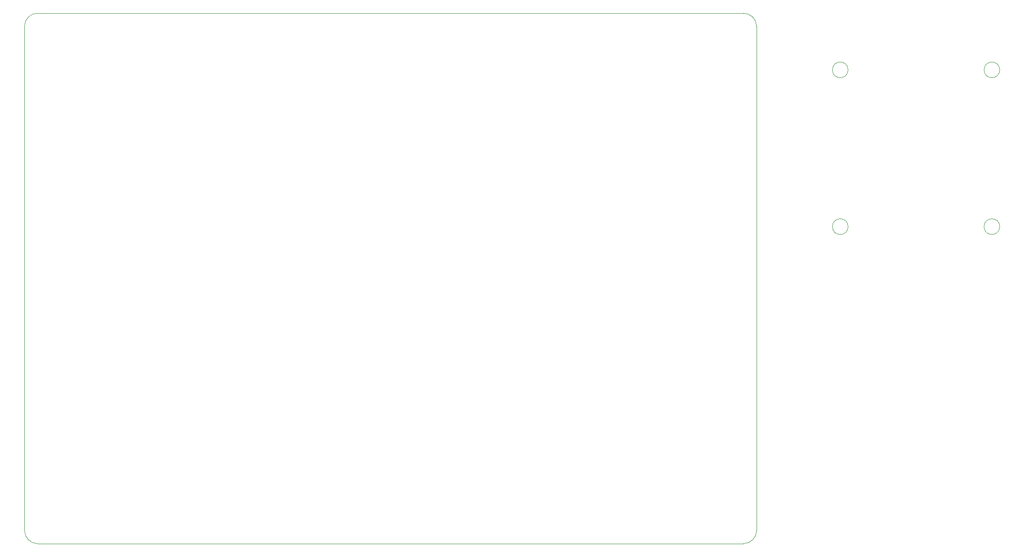
<source format=gbr>
%TF.GenerationSoftware,KiCad,Pcbnew,9.0.0*%
%TF.CreationDate,2025-03-24T15:48:26-05:00*%
%TF.ProjectId,DIIN-proyecto,4449494e-2d70-4726-9f79-6563746f2e6b,rev?*%
%TF.SameCoordinates,Original*%
%TF.FileFunction,Profile,NP*%
%FSLAX46Y46*%
G04 Gerber Fmt 4.6, Leading zero omitted, Abs format (unit mm)*
G04 Created by KiCad (PCBNEW 9.0.0) date 2025-03-24 15:48:26*
%MOMM*%
%LPD*%
G01*
G04 APERTURE LIST*
%TA.AperFunction,Profile*%
%ADD10C,0.050000*%
%TD*%
G04 APERTURE END LIST*
D10*
X173996650Y-140160000D02*
X38996650Y-140160000D01*
X176496650Y-41160000D02*
X176496650Y-137660000D01*
X176496650Y-137660000D02*
G75*
G02*
X173996650Y-140159950I-2499950J0D01*
G01*
X36496650Y-137660000D02*
X36496650Y-41160000D01*
X38996650Y-38660000D02*
X173996650Y-38660000D01*
X36496650Y-41160000D02*
G75*
G02*
X38996650Y-38660000I2500000J0D01*
G01*
X173996650Y-38660000D02*
G75*
G02*
X176496700Y-41160000I50J-2500000D01*
G01*
X38996650Y-140160000D02*
G75*
G02*
X36496650Y-137660000I0J2500000D01*
G01*
%TO.C,U9*%
X194000000Y-49500000D02*
G75*
G02*
X191000000Y-49500000I-1500000J0D01*
G01*
X191000000Y-49500000D02*
G75*
G02*
X194000000Y-49500000I1500000J0D01*
G01*
X194000000Y-79500000D02*
G75*
G02*
X191000000Y-79500000I-1500000J0D01*
G01*
X191000000Y-79500000D02*
G75*
G02*
X194000000Y-79500000I1500000J0D01*
G01*
X223000000Y-49500000D02*
G75*
G02*
X220000000Y-49500000I-1500000J0D01*
G01*
X220000000Y-49500000D02*
G75*
G02*
X223000000Y-49500000I1500000J0D01*
G01*
X223000000Y-79500000D02*
G75*
G02*
X220000000Y-79500000I-1500000J0D01*
G01*
X220000000Y-79500000D02*
G75*
G02*
X223000000Y-79500000I1500000J0D01*
G01*
%TD*%
M02*

</source>
